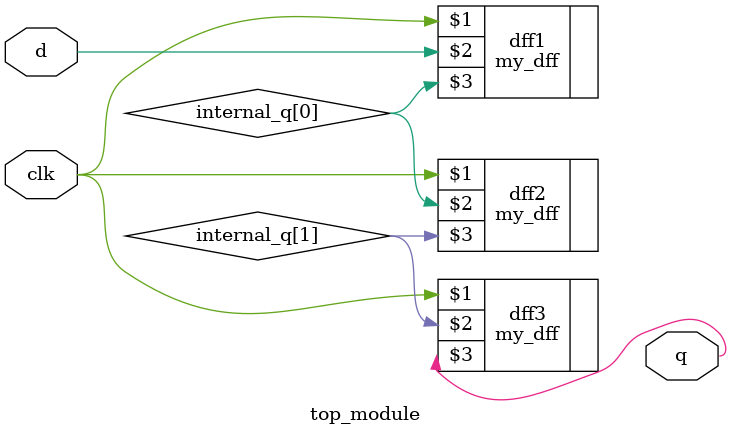
<source format=v>
module top_module ( input clk, input d, output q );
    wire internal_q[1:0];
    my_dff dff1(clk,d,internal_q[0]);
    my_dff dff2(clk,internal_q[0],internal_q[1]);
    my_dff dff3(clk,internal_q[1],q);
endmodule

</source>
